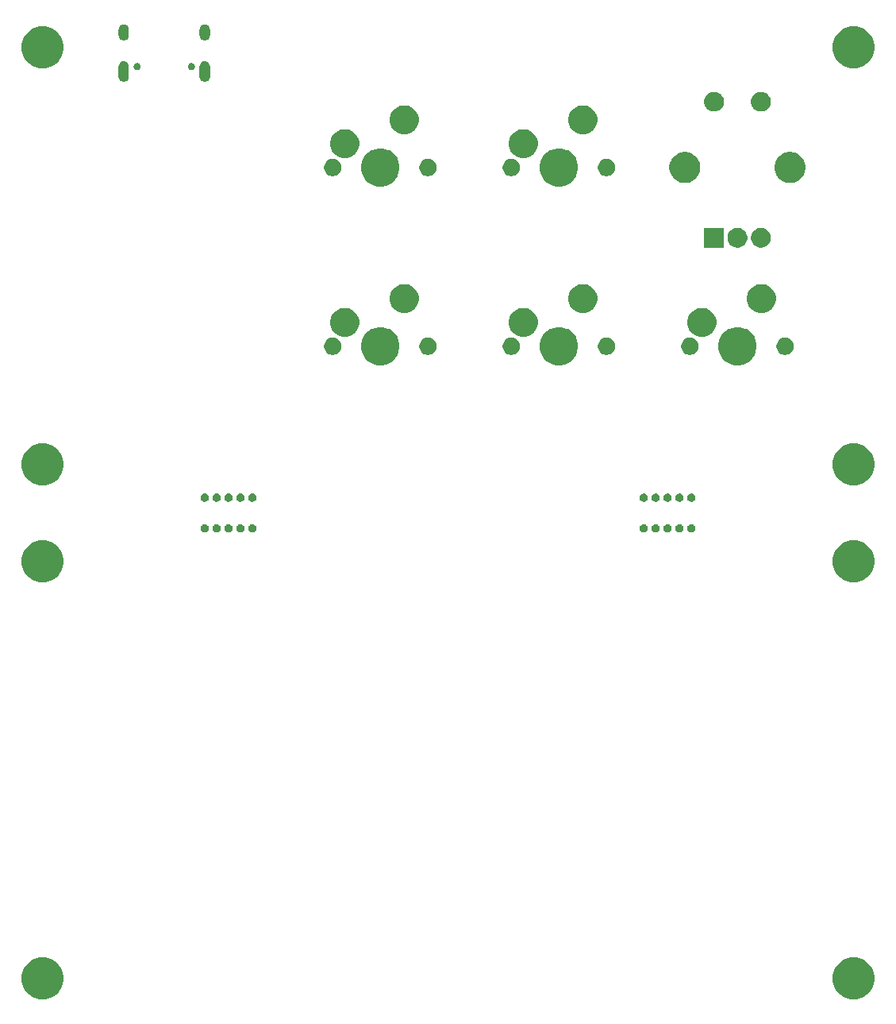
<source format=gts>
G04 #@! TF.GenerationSoftware,KiCad,Pcbnew,(5.1.4)-1*
G04 #@! TF.CreationDate,2020-07-31T11:22:47-07:00*
G04 #@! TF.ProjectId,basic_macropad,62617369-635f-46d6-9163-726f7061642e,rev?*
G04 #@! TF.SameCoordinates,Original*
G04 #@! TF.FileFunction,Soldermask,Top*
G04 #@! TF.FilePolarity,Negative*
%FSLAX46Y46*%
G04 Gerber Fmt 4.6, Leading zero omitted, Abs format (unit mm)*
G04 Created by KiCad (PCBNEW (5.1.4)-1) date 2020-07-31 11:22:47*
%MOMM*%
%LPD*%
G04 APERTURE LIST*
%ADD10C,0.020000*%
G04 APERTURE END LIST*
D10*
G36*
X232844630Y-164447276D02*
G01*
X233225343Y-164523004D01*
X233634999Y-164692689D01*
X234003679Y-164939034D01*
X234317216Y-165252571D01*
X234563561Y-165621251D01*
X234733246Y-166030907D01*
X234819750Y-166465796D01*
X234819750Y-166909204D01*
X234733246Y-167344093D01*
X234563561Y-167753749D01*
X234317216Y-168122429D01*
X234003679Y-168435966D01*
X233634999Y-168682311D01*
X233225343Y-168851996D01*
X232844630Y-168927724D01*
X232790455Y-168938500D01*
X232347045Y-168938500D01*
X232292870Y-168927724D01*
X231912157Y-168851996D01*
X231502501Y-168682311D01*
X231133821Y-168435966D01*
X230820284Y-168122429D01*
X230573939Y-167753749D01*
X230404254Y-167344093D01*
X230317750Y-166909204D01*
X230317750Y-166465796D01*
X230404254Y-166030907D01*
X230573939Y-165621251D01*
X230820284Y-165252571D01*
X231133821Y-164939034D01*
X231502501Y-164692689D01*
X231912157Y-164523004D01*
X232292870Y-164447276D01*
X232347045Y-164436500D01*
X232790455Y-164436500D01*
X232844630Y-164447276D01*
X232844630Y-164447276D01*
G37*
G36*
X146325880Y-164447276D02*
G01*
X146706593Y-164523004D01*
X147116249Y-164692689D01*
X147484929Y-164939034D01*
X147798466Y-165252571D01*
X148044811Y-165621251D01*
X148214496Y-166030907D01*
X148301000Y-166465796D01*
X148301000Y-166909204D01*
X148214496Y-167344093D01*
X148044811Y-167753749D01*
X147798466Y-168122429D01*
X147484929Y-168435966D01*
X147116249Y-168682311D01*
X146706593Y-168851996D01*
X146325880Y-168927724D01*
X146271705Y-168938500D01*
X145828295Y-168938500D01*
X145774120Y-168927724D01*
X145393407Y-168851996D01*
X144983751Y-168682311D01*
X144615071Y-168435966D01*
X144301534Y-168122429D01*
X144055189Y-167753749D01*
X143885504Y-167344093D01*
X143799000Y-166909204D01*
X143799000Y-166465796D01*
X143885504Y-166030907D01*
X144055189Y-165621251D01*
X144301534Y-165252571D01*
X144615071Y-164939034D01*
X144983751Y-164692689D01*
X145393407Y-164523004D01*
X145774120Y-164447276D01*
X145828295Y-164436500D01*
X146271705Y-164436500D01*
X146325880Y-164447276D01*
X146325880Y-164447276D01*
G37*
G36*
X146325880Y-119997276D02*
G01*
X146706593Y-120073004D01*
X147116249Y-120242689D01*
X147484929Y-120489034D01*
X147798466Y-120802571D01*
X148044811Y-121171251D01*
X148214496Y-121580907D01*
X148301000Y-122015796D01*
X148301000Y-122459204D01*
X148214496Y-122894093D01*
X148044811Y-123303749D01*
X147798466Y-123672429D01*
X147484929Y-123985966D01*
X147116249Y-124232311D01*
X146706593Y-124401996D01*
X146325880Y-124477724D01*
X146271705Y-124488500D01*
X145828295Y-124488500D01*
X145774120Y-124477724D01*
X145393407Y-124401996D01*
X144983751Y-124232311D01*
X144615071Y-123985966D01*
X144301534Y-123672429D01*
X144055189Y-123303749D01*
X143885504Y-122894093D01*
X143799000Y-122459204D01*
X143799000Y-122015796D01*
X143885504Y-121580907D01*
X144055189Y-121171251D01*
X144301534Y-120802571D01*
X144615071Y-120489034D01*
X144983751Y-120242689D01*
X145393407Y-120073004D01*
X145774120Y-119997276D01*
X145828295Y-119986500D01*
X146271705Y-119986500D01*
X146325880Y-119997276D01*
X146325880Y-119997276D01*
G37*
G36*
X232844630Y-119997276D02*
G01*
X233225343Y-120073004D01*
X233634999Y-120242689D01*
X234003679Y-120489034D01*
X234317216Y-120802571D01*
X234563561Y-121171251D01*
X234733246Y-121580907D01*
X234819750Y-122015796D01*
X234819750Y-122459204D01*
X234733246Y-122894093D01*
X234563561Y-123303749D01*
X234317216Y-123672429D01*
X234003679Y-123985966D01*
X233634999Y-124232311D01*
X233225343Y-124401996D01*
X232844630Y-124477724D01*
X232790455Y-124488500D01*
X232347045Y-124488500D01*
X232292870Y-124477724D01*
X231912157Y-124401996D01*
X231502501Y-124232311D01*
X231133821Y-123985966D01*
X230820284Y-123672429D01*
X230573939Y-123303749D01*
X230404254Y-122894093D01*
X230317750Y-122459204D01*
X230317750Y-122015796D01*
X230404254Y-121580907D01*
X230573939Y-121171251D01*
X230820284Y-120802571D01*
X231133821Y-120489034D01*
X231502501Y-120242689D01*
X231912157Y-120073004D01*
X232292870Y-119997276D01*
X232347045Y-119986500D01*
X232790455Y-119986500D01*
X232844630Y-119997276D01*
X232844630Y-119997276D01*
G37*
G36*
X163477114Y-118285639D02*
G01*
X163558045Y-118319162D01*
X163630880Y-118367829D01*
X163692821Y-118429770D01*
X163741488Y-118502605D01*
X163775011Y-118583536D01*
X163792100Y-118669451D01*
X163792100Y-118757049D01*
X163775011Y-118842964D01*
X163741488Y-118923895D01*
X163692821Y-118996730D01*
X163630880Y-119058671D01*
X163558045Y-119107338D01*
X163558044Y-119107339D01*
X163558043Y-119107339D01*
X163477114Y-119140861D01*
X163391201Y-119157950D01*
X163303599Y-119157950D01*
X163217686Y-119140861D01*
X163136757Y-119107339D01*
X163136756Y-119107339D01*
X163136755Y-119107338D01*
X163063920Y-119058671D01*
X163001979Y-118996730D01*
X162953312Y-118923895D01*
X162919789Y-118842964D01*
X162902700Y-118757049D01*
X162902700Y-118669451D01*
X162919789Y-118583536D01*
X162953312Y-118502605D01*
X163001979Y-118429770D01*
X163063920Y-118367829D01*
X163136755Y-118319162D01*
X163217686Y-118285639D01*
X163303599Y-118268550D01*
X163391201Y-118268550D01*
X163477114Y-118285639D01*
X163477114Y-118285639D01*
G37*
G36*
X212848364Y-118285639D02*
G01*
X212929295Y-118319162D01*
X213002130Y-118367829D01*
X213064071Y-118429770D01*
X213112738Y-118502605D01*
X213146261Y-118583536D01*
X213163350Y-118669451D01*
X213163350Y-118757049D01*
X213146261Y-118842964D01*
X213112738Y-118923895D01*
X213064071Y-118996730D01*
X213002130Y-119058671D01*
X212929295Y-119107338D01*
X212929294Y-119107339D01*
X212929293Y-119107339D01*
X212848364Y-119140861D01*
X212762451Y-119157950D01*
X212674849Y-119157950D01*
X212588936Y-119140861D01*
X212508007Y-119107339D01*
X212508006Y-119107339D01*
X212508005Y-119107338D01*
X212435170Y-119058671D01*
X212373229Y-118996730D01*
X212324562Y-118923895D01*
X212291039Y-118842964D01*
X212273950Y-118757049D01*
X212273950Y-118669451D01*
X212291039Y-118583536D01*
X212324562Y-118502605D01*
X212373229Y-118429770D01*
X212435170Y-118367829D01*
X212508005Y-118319162D01*
X212588936Y-118285639D01*
X212674849Y-118268550D01*
X212762451Y-118268550D01*
X212848364Y-118285639D01*
X212848364Y-118285639D01*
G37*
G36*
X214118364Y-118285639D02*
G01*
X214199295Y-118319162D01*
X214272130Y-118367829D01*
X214334071Y-118429770D01*
X214382738Y-118502605D01*
X214416261Y-118583536D01*
X214433350Y-118669451D01*
X214433350Y-118757049D01*
X214416261Y-118842964D01*
X214382738Y-118923895D01*
X214334071Y-118996730D01*
X214272130Y-119058671D01*
X214199295Y-119107338D01*
X214199294Y-119107339D01*
X214199293Y-119107339D01*
X214118364Y-119140861D01*
X214032451Y-119157950D01*
X213944849Y-119157950D01*
X213858936Y-119140861D01*
X213778007Y-119107339D01*
X213778006Y-119107339D01*
X213778005Y-119107338D01*
X213705170Y-119058671D01*
X213643229Y-118996730D01*
X213594562Y-118923895D01*
X213561039Y-118842964D01*
X213543950Y-118757049D01*
X213543950Y-118669451D01*
X213561039Y-118583536D01*
X213594562Y-118502605D01*
X213643229Y-118429770D01*
X213705170Y-118367829D01*
X213778005Y-118319162D01*
X213858936Y-118285639D01*
X213944849Y-118268550D01*
X214032451Y-118268550D01*
X214118364Y-118285639D01*
X214118364Y-118285639D01*
G37*
G36*
X211578364Y-118285639D02*
G01*
X211659295Y-118319162D01*
X211732130Y-118367829D01*
X211794071Y-118429770D01*
X211842738Y-118502605D01*
X211876261Y-118583536D01*
X211893350Y-118669451D01*
X211893350Y-118757049D01*
X211876261Y-118842964D01*
X211842738Y-118923895D01*
X211794071Y-118996730D01*
X211732130Y-119058671D01*
X211659295Y-119107338D01*
X211659294Y-119107339D01*
X211659293Y-119107339D01*
X211578364Y-119140861D01*
X211492451Y-119157950D01*
X211404849Y-119157950D01*
X211318936Y-119140861D01*
X211238007Y-119107339D01*
X211238006Y-119107339D01*
X211238005Y-119107338D01*
X211165170Y-119058671D01*
X211103229Y-118996730D01*
X211054562Y-118923895D01*
X211021039Y-118842964D01*
X211003950Y-118757049D01*
X211003950Y-118669451D01*
X211021039Y-118583536D01*
X211054562Y-118502605D01*
X211103229Y-118429770D01*
X211165170Y-118367829D01*
X211238005Y-118319162D01*
X211318936Y-118285639D01*
X211404849Y-118268550D01*
X211492451Y-118268550D01*
X211578364Y-118285639D01*
X211578364Y-118285639D01*
G37*
G36*
X210308364Y-118285639D02*
G01*
X210389295Y-118319162D01*
X210462130Y-118367829D01*
X210524071Y-118429770D01*
X210572738Y-118502605D01*
X210606261Y-118583536D01*
X210623350Y-118669451D01*
X210623350Y-118757049D01*
X210606261Y-118842964D01*
X210572738Y-118923895D01*
X210524071Y-118996730D01*
X210462130Y-119058671D01*
X210389295Y-119107338D01*
X210389294Y-119107339D01*
X210389293Y-119107339D01*
X210308364Y-119140861D01*
X210222451Y-119157950D01*
X210134849Y-119157950D01*
X210048936Y-119140861D01*
X209968007Y-119107339D01*
X209968006Y-119107339D01*
X209968005Y-119107338D01*
X209895170Y-119058671D01*
X209833229Y-118996730D01*
X209784562Y-118923895D01*
X209751039Y-118842964D01*
X209733950Y-118757049D01*
X209733950Y-118669451D01*
X209751039Y-118583536D01*
X209784562Y-118502605D01*
X209833229Y-118429770D01*
X209895170Y-118367829D01*
X209968005Y-118319162D01*
X210048936Y-118285639D01*
X210134849Y-118268550D01*
X210222451Y-118268550D01*
X210308364Y-118285639D01*
X210308364Y-118285639D01*
G37*
G36*
X164747114Y-118285639D02*
G01*
X164828045Y-118319162D01*
X164900880Y-118367829D01*
X164962821Y-118429770D01*
X165011488Y-118502605D01*
X165045011Y-118583536D01*
X165062100Y-118669451D01*
X165062100Y-118757049D01*
X165045011Y-118842964D01*
X165011488Y-118923895D01*
X164962821Y-118996730D01*
X164900880Y-119058671D01*
X164828045Y-119107338D01*
X164828044Y-119107339D01*
X164828043Y-119107339D01*
X164747114Y-119140861D01*
X164661201Y-119157950D01*
X164573599Y-119157950D01*
X164487686Y-119140861D01*
X164406757Y-119107339D01*
X164406756Y-119107339D01*
X164406755Y-119107338D01*
X164333920Y-119058671D01*
X164271979Y-118996730D01*
X164223312Y-118923895D01*
X164189789Y-118842964D01*
X164172700Y-118757049D01*
X164172700Y-118669451D01*
X164189789Y-118583536D01*
X164223312Y-118502605D01*
X164271979Y-118429770D01*
X164333920Y-118367829D01*
X164406755Y-118319162D01*
X164487686Y-118285639D01*
X164573599Y-118268550D01*
X164661201Y-118268550D01*
X164747114Y-118285639D01*
X164747114Y-118285639D01*
G37*
G36*
X168557114Y-118285639D02*
G01*
X168638045Y-118319162D01*
X168710880Y-118367829D01*
X168772821Y-118429770D01*
X168821488Y-118502605D01*
X168855011Y-118583536D01*
X168872100Y-118669451D01*
X168872100Y-118757049D01*
X168855011Y-118842964D01*
X168821488Y-118923895D01*
X168772821Y-118996730D01*
X168710880Y-119058671D01*
X168638045Y-119107338D01*
X168638044Y-119107339D01*
X168638043Y-119107339D01*
X168557114Y-119140861D01*
X168471201Y-119157950D01*
X168383599Y-119157950D01*
X168297686Y-119140861D01*
X168216757Y-119107339D01*
X168216756Y-119107339D01*
X168216755Y-119107338D01*
X168143920Y-119058671D01*
X168081979Y-118996730D01*
X168033312Y-118923895D01*
X167999789Y-118842964D01*
X167982700Y-118757049D01*
X167982700Y-118669451D01*
X167999789Y-118583536D01*
X168033312Y-118502605D01*
X168081979Y-118429770D01*
X168143920Y-118367829D01*
X168216755Y-118319162D01*
X168297686Y-118285639D01*
X168383599Y-118268550D01*
X168471201Y-118268550D01*
X168557114Y-118285639D01*
X168557114Y-118285639D01*
G37*
G36*
X167287114Y-118285639D02*
G01*
X167368045Y-118319162D01*
X167440880Y-118367829D01*
X167502821Y-118429770D01*
X167551488Y-118502605D01*
X167585011Y-118583536D01*
X167602100Y-118669451D01*
X167602100Y-118757049D01*
X167585011Y-118842964D01*
X167551488Y-118923895D01*
X167502821Y-118996730D01*
X167440880Y-119058671D01*
X167368045Y-119107338D01*
X167368044Y-119107339D01*
X167368043Y-119107339D01*
X167287114Y-119140861D01*
X167201201Y-119157950D01*
X167113599Y-119157950D01*
X167027686Y-119140861D01*
X166946757Y-119107339D01*
X166946756Y-119107339D01*
X166946755Y-119107338D01*
X166873920Y-119058671D01*
X166811979Y-118996730D01*
X166763312Y-118923895D01*
X166729789Y-118842964D01*
X166712700Y-118757049D01*
X166712700Y-118669451D01*
X166729789Y-118583536D01*
X166763312Y-118502605D01*
X166811979Y-118429770D01*
X166873920Y-118367829D01*
X166946755Y-118319162D01*
X167027686Y-118285639D01*
X167113599Y-118268550D01*
X167201201Y-118268550D01*
X167287114Y-118285639D01*
X167287114Y-118285639D01*
G37*
G36*
X166017114Y-118285639D02*
G01*
X166098045Y-118319162D01*
X166170880Y-118367829D01*
X166232821Y-118429770D01*
X166281488Y-118502605D01*
X166315011Y-118583536D01*
X166332100Y-118669451D01*
X166332100Y-118757049D01*
X166315011Y-118842964D01*
X166281488Y-118923895D01*
X166232821Y-118996730D01*
X166170880Y-119058671D01*
X166098045Y-119107338D01*
X166098044Y-119107339D01*
X166098043Y-119107339D01*
X166017114Y-119140861D01*
X165931201Y-119157950D01*
X165843599Y-119157950D01*
X165757686Y-119140861D01*
X165676757Y-119107339D01*
X165676756Y-119107339D01*
X165676755Y-119107338D01*
X165603920Y-119058671D01*
X165541979Y-118996730D01*
X165493312Y-118923895D01*
X165459789Y-118842964D01*
X165442700Y-118757049D01*
X165442700Y-118669451D01*
X165459789Y-118583536D01*
X165493312Y-118502605D01*
X165541979Y-118429770D01*
X165603920Y-118367829D01*
X165676755Y-118319162D01*
X165757686Y-118285639D01*
X165843599Y-118268550D01*
X165931201Y-118268550D01*
X166017114Y-118285639D01*
X166017114Y-118285639D01*
G37*
G36*
X215388364Y-118285639D02*
G01*
X215469295Y-118319162D01*
X215542130Y-118367829D01*
X215604071Y-118429770D01*
X215652738Y-118502605D01*
X215686261Y-118583536D01*
X215703350Y-118669451D01*
X215703350Y-118757049D01*
X215686261Y-118842964D01*
X215652738Y-118923895D01*
X215604071Y-118996730D01*
X215542130Y-119058671D01*
X215469295Y-119107338D01*
X215469294Y-119107339D01*
X215469293Y-119107339D01*
X215388364Y-119140861D01*
X215302451Y-119157950D01*
X215214849Y-119157950D01*
X215128936Y-119140861D01*
X215048007Y-119107339D01*
X215048006Y-119107339D01*
X215048005Y-119107338D01*
X214975170Y-119058671D01*
X214913229Y-118996730D01*
X214864562Y-118923895D01*
X214831039Y-118842964D01*
X214813950Y-118757049D01*
X214813950Y-118669451D01*
X214831039Y-118583536D01*
X214864562Y-118502605D01*
X214913229Y-118429770D01*
X214975170Y-118367829D01*
X215048005Y-118319162D01*
X215128936Y-118285639D01*
X215214849Y-118268550D01*
X215302451Y-118268550D01*
X215388364Y-118285639D01*
X215388364Y-118285639D01*
G37*
G36*
X211584714Y-115015389D02*
G01*
X211665645Y-115048912D01*
X211738480Y-115097579D01*
X211800421Y-115159520D01*
X211849088Y-115232355D01*
X211882611Y-115313286D01*
X211899700Y-115399201D01*
X211899700Y-115486799D01*
X211882611Y-115572714D01*
X211849088Y-115653645D01*
X211800421Y-115726480D01*
X211738480Y-115788421D01*
X211665645Y-115837088D01*
X211665644Y-115837089D01*
X211665643Y-115837089D01*
X211584714Y-115870611D01*
X211498801Y-115887700D01*
X211411199Y-115887700D01*
X211325286Y-115870611D01*
X211244357Y-115837089D01*
X211244356Y-115837089D01*
X211244355Y-115837088D01*
X211171520Y-115788421D01*
X211109579Y-115726480D01*
X211060912Y-115653645D01*
X211027389Y-115572714D01*
X211010300Y-115486799D01*
X211010300Y-115399201D01*
X211027389Y-115313286D01*
X211060912Y-115232355D01*
X211109579Y-115159520D01*
X211171520Y-115097579D01*
X211244355Y-115048912D01*
X211325286Y-115015389D01*
X211411199Y-114998300D01*
X211498801Y-114998300D01*
X211584714Y-115015389D01*
X211584714Y-115015389D01*
G37*
G36*
X166023464Y-115015389D02*
G01*
X166104395Y-115048912D01*
X166177230Y-115097579D01*
X166239171Y-115159520D01*
X166287838Y-115232355D01*
X166321361Y-115313286D01*
X166338450Y-115399201D01*
X166338450Y-115486799D01*
X166321361Y-115572714D01*
X166287838Y-115653645D01*
X166239171Y-115726480D01*
X166177230Y-115788421D01*
X166104395Y-115837088D01*
X166104394Y-115837089D01*
X166104393Y-115837089D01*
X166023464Y-115870611D01*
X165937551Y-115887700D01*
X165849949Y-115887700D01*
X165764036Y-115870611D01*
X165683107Y-115837089D01*
X165683106Y-115837089D01*
X165683105Y-115837088D01*
X165610270Y-115788421D01*
X165548329Y-115726480D01*
X165499662Y-115653645D01*
X165466139Y-115572714D01*
X165449050Y-115486799D01*
X165449050Y-115399201D01*
X165466139Y-115313286D01*
X165499662Y-115232355D01*
X165548329Y-115159520D01*
X165610270Y-115097579D01*
X165683105Y-115048912D01*
X165764036Y-115015389D01*
X165849949Y-114998300D01*
X165937551Y-114998300D01*
X166023464Y-115015389D01*
X166023464Y-115015389D01*
G37*
G36*
X164753464Y-115015389D02*
G01*
X164834395Y-115048912D01*
X164907230Y-115097579D01*
X164969171Y-115159520D01*
X165017838Y-115232355D01*
X165051361Y-115313286D01*
X165068450Y-115399201D01*
X165068450Y-115486799D01*
X165051361Y-115572714D01*
X165017838Y-115653645D01*
X164969171Y-115726480D01*
X164907230Y-115788421D01*
X164834395Y-115837088D01*
X164834394Y-115837089D01*
X164834393Y-115837089D01*
X164753464Y-115870611D01*
X164667551Y-115887700D01*
X164579949Y-115887700D01*
X164494036Y-115870611D01*
X164413107Y-115837089D01*
X164413106Y-115837089D01*
X164413105Y-115837088D01*
X164340270Y-115788421D01*
X164278329Y-115726480D01*
X164229662Y-115653645D01*
X164196139Y-115572714D01*
X164179050Y-115486799D01*
X164179050Y-115399201D01*
X164196139Y-115313286D01*
X164229662Y-115232355D01*
X164278329Y-115159520D01*
X164340270Y-115097579D01*
X164413105Y-115048912D01*
X164494036Y-115015389D01*
X164579949Y-114998300D01*
X164667551Y-114998300D01*
X164753464Y-115015389D01*
X164753464Y-115015389D01*
G37*
G36*
X163483464Y-115015389D02*
G01*
X163564395Y-115048912D01*
X163637230Y-115097579D01*
X163699171Y-115159520D01*
X163747838Y-115232355D01*
X163781361Y-115313286D01*
X163798450Y-115399201D01*
X163798450Y-115486799D01*
X163781361Y-115572714D01*
X163747838Y-115653645D01*
X163699171Y-115726480D01*
X163637230Y-115788421D01*
X163564395Y-115837088D01*
X163564394Y-115837089D01*
X163564393Y-115837089D01*
X163483464Y-115870611D01*
X163397551Y-115887700D01*
X163309949Y-115887700D01*
X163224036Y-115870611D01*
X163143107Y-115837089D01*
X163143106Y-115837089D01*
X163143105Y-115837088D01*
X163070270Y-115788421D01*
X163008329Y-115726480D01*
X162959662Y-115653645D01*
X162926139Y-115572714D01*
X162909050Y-115486799D01*
X162909050Y-115399201D01*
X162926139Y-115313286D01*
X162959662Y-115232355D01*
X163008329Y-115159520D01*
X163070270Y-115097579D01*
X163143105Y-115048912D01*
X163224036Y-115015389D01*
X163309949Y-114998300D01*
X163397551Y-114998300D01*
X163483464Y-115015389D01*
X163483464Y-115015389D01*
G37*
G36*
X168563464Y-115015389D02*
G01*
X168644395Y-115048912D01*
X168717230Y-115097579D01*
X168779171Y-115159520D01*
X168827838Y-115232355D01*
X168861361Y-115313286D01*
X168878450Y-115399201D01*
X168878450Y-115486799D01*
X168861361Y-115572714D01*
X168827838Y-115653645D01*
X168779171Y-115726480D01*
X168717230Y-115788421D01*
X168644395Y-115837088D01*
X168644394Y-115837089D01*
X168644393Y-115837089D01*
X168563464Y-115870611D01*
X168477551Y-115887700D01*
X168389949Y-115887700D01*
X168304036Y-115870611D01*
X168223107Y-115837089D01*
X168223106Y-115837089D01*
X168223105Y-115837088D01*
X168150270Y-115788421D01*
X168088329Y-115726480D01*
X168039662Y-115653645D01*
X168006139Y-115572714D01*
X167989050Y-115486799D01*
X167989050Y-115399201D01*
X168006139Y-115313286D01*
X168039662Y-115232355D01*
X168088329Y-115159520D01*
X168150270Y-115097579D01*
X168223105Y-115048912D01*
X168304036Y-115015389D01*
X168389949Y-114998300D01*
X168477551Y-114998300D01*
X168563464Y-115015389D01*
X168563464Y-115015389D01*
G37*
G36*
X167293464Y-115015389D02*
G01*
X167374395Y-115048912D01*
X167447230Y-115097579D01*
X167509171Y-115159520D01*
X167557838Y-115232355D01*
X167591361Y-115313286D01*
X167608450Y-115399201D01*
X167608450Y-115486799D01*
X167591361Y-115572714D01*
X167557838Y-115653645D01*
X167509171Y-115726480D01*
X167447230Y-115788421D01*
X167374395Y-115837088D01*
X167374394Y-115837089D01*
X167374393Y-115837089D01*
X167293464Y-115870611D01*
X167207551Y-115887700D01*
X167119949Y-115887700D01*
X167034036Y-115870611D01*
X166953107Y-115837089D01*
X166953106Y-115837089D01*
X166953105Y-115837088D01*
X166880270Y-115788421D01*
X166818329Y-115726480D01*
X166769662Y-115653645D01*
X166736139Y-115572714D01*
X166719050Y-115486799D01*
X166719050Y-115399201D01*
X166736139Y-115313286D01*
X166769662Y-115232355D01*
X166818329Y-115159520D01*
X166880270Y-115097579D01*
X166953105Y-115048912D01*
X167034036Y-115015389D01*
X167119949Y-114998300D01*
X167207551Y-114998300D01*
X167293464Y-115015389D01*
X167293464Y-115015389D01*
G37*
G36*
X215394714Y-115015389D02*
G01*
X215475645Y-115048912D01*
X215548480Y-115097579D01*
X215610421Y-115159520D01*
X215659088Y-115232355D01*
X215692611Y-115313286D01*
X215709700Y-115399201D01*
X215709700Y-115486799D01*
X215692611Y-115572714D01*
X215659088Y-115653645D01*
X215610421Y-115726480D01*
X215548480Y-115788421D01*
X215475645Y-115837088D01*
X215475644Y-115837089D01*
X215475643Y-115837089D01*
X215394714Y-115870611D01*
X215308801Y-115887700D01*
X215221199Y-115887700D01*
X215135286Y-115870611D01*
X215054357Y-115837089D01*
X215054356Y-115837089D01*
X215054355Y-115837088D01*
X214981520Y-115788421D01*
X214919579Y-115726480D01*
X214870912Y-115653645D01*
X214837389Y-115572714D01*
X214820300Y-115486799D01*
X214820300Y-115399201D01*
X214837389Y-115313286D01*
X214870912Y-115232355D01*
X214919579Y-115159520D01*
X214981520Y-115097579D01*
X215054355Y-115048912D01*
X215135286Y-115015389D01*
X215221199Y-114998300D01*
X215308801Y-114998300D01*
X215394714Y-115015389D01*
X215394714Y-115015389D01*
G37*
G36*
X212854714Y-115015389D02*
G01*
X212935645Y-115048912D01*
X213008480Y-115097579D01*
X213070421Y-115159520D01*
X213119088Y-115232355D01*
X213152611Y-115313286D01*
X213169700Y-115399201D01*
X213169700Y-115486799D01*
X213152611Y-115572714D01*
X213119088Y-115653645D01*
X213070421Y-115726480D01*
X213008480Y-115788421D01*
X212935645Y-115837088D01*
X212935644Y-115837089D01*
X212935643Y-115837089D01*
X212854714Y-115870611D01*
X212768801Y-115887700D01*
X212681199Y-115887700D01*
X212595286Y-115870611D01*
X212514357Y-115837089D01*
X212514356Y-115837089D01*
X212514355Y-115837088D01*
X212441520Y-115788421D01*
X212379579Y-115726480D01*
X212330912Y-115653645D01*
X212297389Y-115572714D01*
X212280300Y-115486799D01*
X212280300Y-115399201D01*
X212297389Y-115313286D01*
X212330912Y-115232355D01*
X212379579Y-115159520D01*
X212441520Y-115097579D01*
X212514355Y-115048912D01*
X212595286Y-115015389D01*
X212681199Y-114998300D01*
X212768801Y-114998300D01*
X212854714Y-115015389D01*
X212854714Y-115015389D01*
G37*
G36*
X210314714Y-115015389D02*
G01*
X210395645Y-115048912D01*
X210468480Y-115097579D01*
X210530421Y-115159520D01*
X210579088Y-115232355D01*
X210612611Y-115313286D01*
X210629700Y-115399201D01*
X210629700Y-115486799D01*
X210612611Y-115572714D01*
X210579088Y-115653645D01*
X210530421Y-115726480D01*
X210468480Y-115788421D01*
X210395645Y-115837088D01*
X210395644Y-115837089D01*
X210395643Y-115837089D01*
X210314714Y-115870611D01*
X210228801Y-115887700D01*
X210141199Y-115887700D01*
X210055286Y-115870611D01*
X209974357Y-115837089D01*
X209974356Y-115837089D01*
X209974355Y-115837088D01*
X209901520Y-115788421D01*
X209839579Y-115726480D01*
X209790912Y-115653645D01*
X209757389Y-115572714D01*
X209740300Y-115486799D01*
X209740300Y-115399201D01*
X209757389Y-115313286D01*
X209790912Y-115232355D01*
X209839579Y-115159520D01*
X209901520Y-115097579D01*
X209974355Y-115048912D01*
X210055286Y-115015389D01*
X210141199Y-114998300D01*
X210228801Y-114998300D01*
X210314714Y-115015389D01*
X210314714Y-115015389D01*
G37*
G36*
X214124714Y-115015389D02*
G01*
X214205645Y-115048912D01*
X214278480Y-115097579D01*
X214340421Y-115159520D01*
X214389088Y-115232355D01*
X214422611Y-115313286D01*
X214439700Y-115399201D01*
X214439700Y-115486799D01*
X214422611Y-115572714D01*
X214389088Y-115653645D01*
X214340421Y-115726480D01*
X214278480Y-115788421D01*
X214205645Y-115837088D01*
X214205644Y-115837089D01*
X214205643Y-115837089D01*
X214124714Y-115870611D01*
X214038801Y-115887700D01*
X213951199Y-115887700D01*
X213865286Y-115870611D01*
X213784357Y-115837089D01*
X213784356Y-115837089D01*
X213784355Y-115837088D01*
X213711520Y-115788421D01*
X213649579Y-115726480D01*
X213600912Y-115653645D01*
X213567389Y-115572714D01*
X213550300Y-115486799D01*
X213550300Y-115399201D01*
X213567389Y-115313286D01*
X213600912Y-115232355D01*
X213649579Y-115159520D01*
X213711520Y-115097579D01*
X213784355Y-115048912D01*
X213865286Y-115015389D01*
X213951199Y-114998300D01*
X214038801Y-114998300D01*
X214124714Y-115015389D01*
X214124714Y-115015389D01*
G37*
G36*
X232844630Y-109678526D02*
G01*
X233225343Y-109754254D01*
X233634999Y-109923939D01*
X234003679Y-110170284D01*
X234317216Y-110483821D01*
X234563561Y-110852501D01*
X234733246Y-111262157D01*
X234819750Y-111697046D01*
X234819750Y-112140454D01*
X234733246Y-112575343D01*
X234563561Y-112984999D01*
X234317216Y-113353679D01*
X234003679Y-113667216D01*
X233634999Y-113913561D01*
X233225343Y-114083246D01*
X232844630Y-114158974D01*
X232790455Y-114169750D01*
X232347045Y-114169750D01*
X232292870Y-114158974D01*
X231912157Y-114083246D01*
X231502501Y-113913561D01*
X231133821Y-113667216D01*
X230820284Y-113353679D01*
X230573939Y-112984999D01*
X230404254Y-112575343D01*
X230317750Y-112140454D01*
X230317750Y-111697046D01*
X230404254Y-111262157D01*
X230573939Y-110852501D01*
X230820284Y-110483821D01*
X231133821Y-110170284D01*
X231502501Y-109923939D01*
X231912157Y-109754254D01*
X232292870Y-109678526D01*
X232347045Y-109667750D01*
X232790455Y-109667750D01*
X232844630Y-109678526D01*
X232844630Y-109678526D01*
G37*
G36*
X146325880Y-109678526D02*
G01*
X146706593Y-109754254D01*
X147116249Y-109923939D01*
X147484929Y-110170284D01*
X147798466Y-110483821D01*
X148044811Y-110852501D01*
X148214496Y-111262157D01*
X148301000Y-111697046D01*
X148301000Y-112140454D01*
X148214496Y-112575343D01*
X148044811Y-112984999D01*
X147798466Y-113353679D01*
X147484929Y-113667216D01*
X147116249Y-113913561D01*
X146706593Y-114083246D01*
X146325880Y-114158974D01*
X146271705Y-114169750D01*
X145828295Y-114169750D01*
X145774120Y-114158974D01*
X145393407Y-114083246D01*
X144983751Y-113913561D01*
X144615071Y-113667216D01*
X144301534Y-113353679D01*
X144055189Y-112984999D01*
X143885504Y-112575343D01*
X143799000Y-112140454D01*
X143799000Y-111697046D01*
X143885504Y-111262157D01*
X144055189Y-110852501D01*
X144301534Y-110483821D01*
X144615071Y-110170284D01*
X144983751Y-109923939D01*
X145393407Y-109754254D01*
X145774120Y-109678526D01*
X145828295Y-109667750D01*
X146271705Y-109667750D01*
X146325880Y-109678526D01*
X146325880Y-109678526D01*
G37*
G36*
X201732724Y-97347684D02*
G01*
X201950724Y-97437983D01*
X202104873Y-97501833D01*
X202439798Y-97725623D01*
X202724627Y-98010452D01*
X202948417Y-98345377D01*
X202980812Y-98423586D01*
X203102566Y-98717526D01*
X203181150Y-99112594D01*
X203181150Y-99515406D01*
X203102566Y-99910474D01*
X203051701Y-100033272D01*
X202948417Y-100282623D01*
X202724627Y-100617548D01*
X202439798Y-100902377D01*
X202104873Y-101126167D01*
X201950724Y-101190017D01*
X201732724Y-101280316D01*
X201337656Y-101358900D01*
X200934844Y-101358900D01*
X200539776Y-101280316D01*
X200321776Y-101190017D01*
X200167627Y-101126167D01*
X199832702Y-100902377D01*
X199547873Y-100617548D01*
X199324083Y-100282623D01*
X199220799Y-100033272D01*
X199169934Y-99910474D01*
X199091350Y-99515406D01*
X199091350Y-99112594D01*
X199169934Y-98717526D01*
X199291688Y-98423586D01*
X199324083Y-98345377D01*
X199547873Y-98010452D01*
X199832702Y-97725623D01*
X200167627Y-97501833D01*
X200321776Y-97437983D01*
X200539776Y-97347684D01*
X200934844Y-97269100D01*
X201337656Y-97269100D01*
X201732724Y-97347684D01*
X201732724Y-97347684D01*
G37*
G36*
X182682724Y-97347684D02*
G01*
X182900724Y-97437983D01*
X183054873Y-97501833D01*
X183389798Y-97725623D01*
X183674627Y-98010452D01*
X183898417Y-98345377D01*
X183930812Y-98423586D01*
X184052566Y-98717526D01*
X184131150Y-99112594D01*
X184131150Y-99515406D01*
X184052566Y-99910474D01*
X184001701Y-100033272D01*
X183898417Y-100282623D01*
X183674627Y-100617548D01*
X183389798Y-100902377D01*
X183054873Y-101126167D01*
X182900724Y-101190017D01*
X182682724Y-101280316D01*
X182287656Y-101358900D01*
X181884844Y-101358900D01*
X181489776Y-101280316D01*
X181271776Y-101190017D01*
X181117627Y-101126167D01*
X180782702Y-100902377D01*
X180497873Y-100617548D01*
X180274083Y-100282623D01*
X180170799Y-100033272D01*
X180119934Y-99910474D01*
X180041350Y-99515406D01*
X180041350Y-99112594D01*
X180119934Y-98717526D01*
X180241688Y-98423586D01*
X180274083Y-98345377D01*
X180497873Y-98010452D01*
X180782702Y-97725623D01*
X181117627Y-97501833D01*
X181271776Y-97437983D01*
X181489776Y-97347684D01*
X181884844Y-97269100D01*
X182287656Y-97269100D01*
X182682724Y-97347684D01*
X182682724Y-97347684D01*
G37*
G36*
X220782724Y-97347684D02*
G01*
X221000724Y-97437983D01*
X221154873Y-97501833D01*
X221489798Y-97725623D01*
X221774627Y-98010452D01*
X221998417Y-98345377D01*
X222030812Y-98423586D01*
X222152566Y-98717526D01*
X222231150Y-99112594D01*
X222231150Y-99515406D01*
X222152566Y-99910474D01*
X222101701Y-100033272D01*
X221998417Y-100282623D01*
X221774627Y-100617548D01*
X221489798Y-100902377D01*
X221154873Y-101126167D01*
X221000724Y-101190017D01*
X220782724Y-101280316D01*
X220387656Y-101358900D01*
X219984844Y-101358900D01*
X219589776Y-101280316D01*
X219371776Y-101190017D01*
X219217627Y-101126167D01*
X218882702Y-100902377D01*
X218597873Y-100617548D01*
X218374083Y-100282623D01*
X218270799Y-100033272D01*
X218219934Y-99910474D01*
X218141350Y-99515406D01*
X218141350Y-99112594D01*
X218219934Y-98717526D01*
X218341688Y-98423586D01*
X218374083Y-98345377D01*
X218597873Y-98010452D01*
X218882702Y-97725623D01*
X219217627Y-97501833D01*
X219371776Y-97437983D01*
X219589776Y-97347684D01*
X219984844Y-97269100D01*
X220387656Y-97269100D01*
X220782724Y-97347684D01*
X220782724Y-97347684D01*
G37*
G36*
X187436354Y-98423585D02*
G01*
X187604876Y-98493389D01*
X187756541Y-98594728D01*
X187885522Y-98723709D01*
X187986861Y-98875374D01*
X188056665Y-99043896D01*
X188092250Y-99222797D01*
X188092250Y-99405203D01*
X188056665Y-99584104D01*
X187986861Y-99752626D01*
X187885522Y-99904291D01*
X187756541Y-100033272D01*
X187604876Y-100134611D01*
X187436354Y-100204415D01*
X187257453Y-100240000D01*
X187075047Y-100240000D01*
X186896146Y-100204415D01*
X186727624Y-100134611D01*
X186575959Y-100033272D01*
X186446978Y-99904291D01*
X186345639Y-99752626D01*
X186275835Y-99584104D01*
X186240250Y-99405203D01*
X186240250Y-99222797D01*
X186275835Y-99043896D01*
X186345639Y-98875374D01*
X186446978Y-98723709D01*
X186575959Y-98594728D01*
X186727624Y-98493389D01*
X186896146Y-98423585D01*
X187075047Y-98388000D01*
X187257453Y-98388000D01*
X187436354Y-98423585D01*
X187436354Y-98423585D01*
G37*
G36*
X225536354Y-98423585D02*
G01*
X225704876Y-98493389D01*
X225856541Y-98594728D01*
X225985522Y-98723709D01*
X226086861Y-98875374D01*
X226156665Y-99043896D01*
X226192250Y-99222797D01*
X226192250Y-99405203D01*
X226156665Y-99584104D01*
X226086861Y-99752626D01*
X225985522Y-99904291D01*
X225856541Y-100033272D01*
X225704876Y-100134611D01*
X225536354Y-100204415D01*
X225357453Y-100240000D01*
X225175047Y-100240000D01*
X224996146Y-100204415D01*
X224827624Y-100134611D01*
X224675959Y-100033272D01*
X224546978Y-99904291D01*
X224445639Y-99752626D01*
X224375835Y-99584104D01*
X224340250Y-99405203D01*
X224340250Y-99222797D01*
X224375835Y-99043896D01*
X224445639Y-98875374D01*
X224546978Y-98723709D01*
X224675959Y-98594728D01*
X224827624Y-98493389D01*
X224996146Y-98423585D01*
X225175047Y-98388000D01*
X225357453Y-98388000D01*
X225536354Y-98423585D01*
X225536354Y-98423585D01*
G37*
G36*
X177276354Y-98423585D02*
G01*
X177444876Y-98493389D01*
X177596541Y-98594728D01*
X177725522Y-98723709D01*
X177826861Y-98875374D01*
X177896665Y-99043896D01*
X177932250Y-99222797D01*
X177932250Y-99405203D01*
X177896665Y-99584104D01*
X177826861Y-99752626D01*
X177725522Y-99904291D01*
X177596541Y-100033272D01*
X177444876Y-100134611D01*
X177276354Y-100204415D01*
X177097453Y-100240000D01*
X176915047Y-100240000D01*
X176736146Y-100204415D01*
X176567624Y-100134611D01*
X176415959Y-100033272D01*
X176286978Y-99904291D01*
X176185639Y-99752626D01*
X176115835Y-99584104D01*
X176080250Y-99405203D01*
X176080250Y-99222797D01*
X176115835Y-99043896D01*
X176185639Y-98875374D01*
X176286978Y-98723709D01*
X176415959Y-98594728D01*
X176567624Y-98493389D01*
X176736146Y-98423585D01*
X176915047Y-98388000D01*
X177097453Y-98388000D01*
X177276354Y-98423585D01*
X177276354Y-98423585D01*
G37*
G36*
X206486354Y-98423585D02*
G01*
X206654876Y-98493389D01*
X206806541Y-98594728D01*
X206935522Y-98723709D01*
X207036861Y-98875374D01*
X207106665Y-99043896D01*
X207142250Y-99222797D01*
X207142250Y-99405203D01*
X207106665Y-99584104D01*
X207036861Y-99752626D01*
X206935522Y-99904291D01*
X206806541Y-100033272D01*
X206654876Y-100134611D01*
X206486354Y-100204415D01*
X206307453Y-100240000D01*
X206125047Y-100240000D01*
X205946146Y-100204415D01*
X205777624Y-100134611D01*
X205625959Y-100033272D01*
X205496978Y-99904291D01*
X205395639Y-99752626D01*
X205325835Y-99584104D01*
X205290250Y-99405203D01*
X205290250Y-99222797D01*
X205325835Y-99043896D01*
X205395639Y-98875374D01*
X205496978Y-98723709D01*
X205625959Y-98594728D01*
X205777624Y-98493389D01*
X205946146Y-98423585D01*
X206125047Y-98388000D01*
X206307453Y-98388000D01*
X206486354Y-98423585D01*
X206486354Y-98423585D01*
G37*
G36*
X215376354Y-98423585D02*
G01*
X215544876Y-98493389D01*
X215696541Y-98594728D01*
X215825522Y-98723709D01*
X215926861Y-98875374D01*
X215996665Y-99043896D01*
X216032250Y-99222797D01*
X216032250Y-99405203D01*
X215996665Y-99584104D01*
X215926861Y-99752626D01*
X215825522Y-99904291D01*
X215696541Y-100033272D01*
X215544876Y-100134611D01*
X215376354Y-100204415D01*
X215197453Y-100240000D01*
X215015047Y-100240000D01*
X214836146Y-100204415D01*
X214667624Y-100134611D01*
X214515959Y-100033272D01*
X214386978Y-99904291D01*
X214285639Y-99752626D01*
X214215835Y-99584104D01*
X214180250Y-99405203D01*
X214180250Y-99222797D01*
X214215835Y-99043896D01*
X214285639Y-98875374D01*
X214386978Y-98723709D01*
X214515959Y-98594728D01*
X214667624Y-98493389D01*
X214836146Y-98423585D01*
X215015047Y-98388000D01*
X215197453Y-98388000D01*
X215376354Y-98423585D01*
X215376354Y-98423585D01*
G37*
G36*
X196326354Y-98423585D02*
G01*
X196494876Y-98493389D01*
X196646541Y-98594728D01*
X196775522Y-98723709D01*
X196876861Y-98875374D01*
X196946665Y-99043896D01*
X196982250Y-99222797D01*
X196982250Y-99405203D01*
X196946665Y-99584104D01*
X196876861Y-99752626D01*
X196775522Y-99904291D01*
X196646541Y-100033272D01*
X196494876Y-100134611D01*
X196326354Y-100204415D01*
X196147453Y-100240000D01*
X195965047Y-100240000D01*
X195786146Y-100204415D01*
X195617624Y-100134611D01*
X195465959Y-100033272D01*
X195336978Y-99904291D01*
X195235639Y-99752626D01*
X195165835Y-99584104D01*
X195130250Y-99405203D01*
X195130250Y-99222797D01*
X195165835Y-99043896D01*
X195235639Y-98875374D01*
X195336978Y-98723709D01*
X195465959Y-98594728D01*
X195617624Y-98493389D01*
X195786146Y-98423585D01*
X195965047Y-98388000D01*
X196147453Y-98388000D01*
X196326354Y-98423585D01*
X196326354Y-98423585D01*
G37*
G36*
X216678835Y-95252802D02*
G01*
X216828660Y-95282604D01*
X217110924Y-95399521D01*
X217364955Y-95569259D01*
X217580991Y-95785295D01*
X217750729Y-96039326D01*
X217867646Y-96321590D01*
X217927250Y-96621240D01*
X217927250Y-96926760D01*
X217867646Y-97226410D01*
X217750729Y-97508674D01*
X217580991Y-97762705D01*
X217364955Y-97978741D01*
X217110924Y-98148479D01*
X216828660Y-98265396D01*
X216678835Y-98295198D01*
X216529011Y-98325000D01*
X216223489Y-98325000D01*
X216073665Y-98295198D01*
X215923840Y-98265396D01*
X215641576Y-98148479D01*
X215387545Y-97978741D01*
X215171509Y-97762705D01*
X215001771Y-97508674D01*
X214884854Y-97226410D01*
X214825250Y-96926760D01*
X214825250Y-96621240D01*
X214884854Y-96321590D01*
X215001771Y-96039326D01*
X215171509Y-95785295D01*
X215387545Y-95569259D01*
X215641576Y-95399521D01*
X215923840Y-95282604D01*
X216073665Y-95252802D01*
X216223489Y-95223000D01*
X216529011Y-95223000D01*
X216678835Y-95252802D01*
X216678835Y-95252802D01*
G37*
G36*
X178578835Y-95252802D02*
G01*
X178728660Y-95282604D01*
X179010924Y-95399521D01*
X179264955Y-95569259D01*
X179480991Y-95785295D01*
X179650729Y-96039326D01*
X179767646Y-96321590D01*
X179827250Y-96621240D01*
X179827250Y-96926760D01*
X179767646Y-97226410D01*
X179650729Y-97508674D01*
X179480991Y-97762705D01*
X179264955Y-97978741D01*
X179010924Y-98148479D01*
X178728660Y-98265396D01*
X178578835Y-98295198D01*
X178429011Y-98325000D01*
X178123489Y-98325000D01*
X177973665Y-98295198D01*
X177823840Y-98265396D01*
X177541576Y-98148479D01*
X177287545Y-97978741D01*
X177071509Y-97762705D01*
X176901771Y-97508674D01*
X176784854Y-97226410D01*
X176725250Y-96926760D01*
X176725250Y-96621240D01*
X176784854Y-96321590D01*
X176901771Y-96039326D01*
X177071509Y-95785295D01*
X177287545Y-95569259D01*
X177541576Y-95399521D01*
X177823840Y-95282604D01*
X177973665Y-95252802D01*
X178123489Y-95223000D01*
X178429011Y-95223000D01*
X178578835Y-95252802D01*
X178578835Y-95252802D01*
G37*
G36*
X197628835Y-95252802D02*
G01*
X197778660Y-95282604D01*
X198060924Y-95399521D01*
X198314955Y-95569259D01*
X198530991Y-95785295D01*
X198700729Y-96039326D01*
X198817646Y-96321590D01*
X198877250Y-96621240D01*
X198877250Y-96926760D01*
X198817646Y-97226410D01*
X198700729Y-97508674D01*
X198530991Y-97762705D01*
X198314955Y-97978741D01*
X198060924Y-98148479D01*
X197778660Y-98265396D01*
X197628835Y-98295198D01*
X197479011Y-98325000D01*
X197173489Y-98325000D01*
X197023665Y-98295198D01*
X196873840Y-98265396D01*
X196591576Y-98148479D01*
X196337545Y-97978741D01*
X196121509Y-97762705D01*
X195951771Y-97508674D01*
X195834854Y-97226410D01*
X195775250Y-96926760D01*
X195775250Y-96621240D01*
X195834854Y-96321590D01*
X195951771Y-96039326D01*
X196121509Y-95785295D01*
X196337545Y-95569259D01*
X196591576Y-95399521D01*
X196873840Y-95282604D01*
X197023665Y-95252802D01*
X197173489Y-95223000D01*
X197479011Y-95223000D01*
X197628835Y-95252802D01*
X197628835Y-95252802D01*
G37*
G36*
X184928835Y-92712802D02*
G01*
X185078660Y-92742604D01*
X185360924Y-92859521D01*
X185614955Y-93029259D01*
X185830991Y-93245295D01*
X186000729Y-93499326D01*
X186117646Y-93781590D01*
X186177250Y-94081240D01*
X186177250Y-94386760D01*
X186117646Y-94686410D01*
X186000729Y-94968674D01*
X185830991Y-95222705D01*
X185614955Y-95438741D01*
X185360924Y-95608479D01*
X185078660Y-95725396D01*
X184928835Y-95755198D01*
X184779011Y-95785000D01*
X184473489Y-95785000D01*
X184323665Y-95755198D01*
X184173840Y-95725396D01*
X183891576Y-95608479D01*
X183637545Y-95438741D01*
X183421509Y-95222705D01*
X183251771Y-94968674D01*
X183134854Y-94686410D01*
X183075250Y-94386760D01*
X183075250Y-94081240D01*
X183134854Y-93781590D01*
X183251771Y-93499326D01*
X183421509Y-93245295D01*
X183637545Y-93029259D01*
X183891576Y-92859521D01*
X184173840Y-92742604D01*
X184323665Y-92712802D01*
X184473489Y-92683000D01*
X184779011Y-92683000D01*
X184928835Y-92712802D01*
X184928835Y-92712802D01*
G37*
G36*
X223028835Y-92712802D02*
G01*
X223178660Y-92742604D01*
X223460924Y-92859521D01*
X223714955Y-93029259D01*
X223930991Y-93245295D01*
X224100729Y-93499326D01*
X224217646Y-93781590D01*
X224277250Y-94081240D01*
X224277250Y-94386760D01*
X224217646Y-94686410D01*
X224100729Y-94968674D01*
X223930991Y-95222705D01*
X223714955Y-95438741D01*
X223460924Y-95608479D01*
X223178660Y-95725396D01*
X223028835Y-95755198D01*
X222879011Y-95785000D01*
X222573489Y-95785000D01*
X222423665Y-95755198D01*
X222273840Y-95725396D01*
X221991576Y-95608479D01*
X221737545Y-95438741D01*
X221521509Y-95222705D01*
X221351771Y-94968674D01*
X221234854Y-94686410D01*
X221175250Y-94386760D01*
X221175250Y-94081240D01*
X221234854Y-93781590D01*
X221351771Y-93499326D01*
X221521509Y-93245295D01*
X221737545Y-93029259D01*
X221991576Y-92859521D01*
X222273840Y-92742604D01*
X222423665Y-92712802D01*
X222573489Y-92683000D01*
X222879011Y-92683000D01*
X223028835Y-92712802D01*
X223028835Y-92712802D01*
G37*
G36*
X203978835Y-92712802D02*
G01*
X204128660Y-92742604D01*
X204410924Y-92859521D01*
X204664955Y-93029259D01*
X204880991Y-93245295D01*
X205050729Y-93499326D01*
X205167646Y-93781590D01*
X205227250Y-94081240D01*
X205227250Y-94386760D01*
X205167646Y-94686410D01*
X205050729Y-94968674D01*
X204880991Y-95222705D01*
X204664955Y-95438741D01*
X204410924Y-95608479D01*
X204128660Y-95725396D01*
X203978835Y-95755198D01*
X203829011Y-95785000D01*
X203523489Y-95785000D01*
X203373665Y-95755198D01*
X203223840Y-95725396D01*
X202941576Y-95608479D01*
X202687545Y-95438741D01*
X202471509Y-95222705D01*
X202301771Y-94968674D01*
X202184854Y-94686410D01*
X202125250Y-94386760D01*
X202125250Y-94081240D01*
X202184854Y-93781590D01*
X202301771Y-93499326D01*
X202471509Y-93245295D01*
X202687545Y-93029259D01*
X202941576Y-92859521D01*
X203223840Y-92742604D01*
X203373665Y-92712802D01*
X203523489Y-92683000D01*
X203829011Y-92683000D01*
X203978835Y-92712802D01*
X203978835Y-92712802D01*
G37*
G36*
X220484564Y-86746389D02*
G01*
X220675833Y-86825615D01*
X220675835Y-86825616D01*
X220847973Y-86940635D01*
X220994365Y-87087027D01*
X221109385Y-87259167D01*
X221188611Y-87450436D01*
X221229000Y-87653484D01*
X221229000Y-87860516D01*
X221188611Y-88063564D01*
X221109385Y-88254833D01*
X221109384Y-88254835D01*
X220994365Y-88426973D01*
X220847973Y-88573365D01*
X220675835Y-88688384D01*
X220675834Y-88688385D01*
X220675833Y-88688385D01*
X220484564Y-88767611D01*
X220281516Y-88808000D01*
X220074484Y-88808000D01*
X219871436Y-88767611D01*
X219680167Y-88688385D01*
X219680166Y-88688385D01*
X219680165Y-88688384D01*
X219508027Y-88573365D01*
X219361635Y-88426973D01*
X219246616Y-88254835D01*
X219246615Y-88254833D01*
X219167389Y-88063564D01*
X219127000Y-87860516D01*
X219127000Y-87653484D01*
X219167389Y-87450436D01*
X219246615Y-87259167D01*
X219361635Y-87087027D01*
X219508027Y-86940635D01*
X219680165Y-86825616D01*
X219680167Y-86825615D01*
X219871436Y-86746389D01*
X220074484Y-86706000D01*
X220281516Y-86706000D01*
X220484564Y-86746389D01*
X220484564Y-86746389D01*
G37*
G36*
X222984564Y-86746389D02*
G01*
X223175833Y-86825615D01*
X223175835Y-86825616D01*
X223347973Y-86940635D01*
X223494365Y-87087027D01*
X223609385Y-87259167D01*
X223688611Y-87450436D01*
X223729000Y-87653484D01*
X223729000Y-87860516D01*
X223688611Y-88063564D01*
X223609385Y-88254833D01*
X223609384Y-88254835D01*
X223494365Y-88426973D01*
X223347973Y-88573365D01*
X223175835Y-88688384D01*
X223175834Y-88688385D01*
X223175833Y-88688385D01*
X222984564Y-88767611D01*
X222781516Y-88808000D01*
X222574484Y-88808000D01*
X222371436Y-88767611D01*
X222180167Y-88688385D01*
X222180166Y-88688385D01*
X222180165Y-88688384D01*
X222008027Y-88573365D01*
X221861635Y-88426973D01*
X221746616Y-88254835D01*
X221746615Y-88254833D01*
X221667389Y-88063564D01*
X221627000Y-87860516D01*
X221627000Y-87653484D01*
X221667389Y-87450436D01*
X221746615Y-87259167D01*
X221861635Y-87087027D01*
X222008027Y-86940635D01*
X222180165Y-86825616D01*
X222180167Y-86825615D01*
X222371436Y-86746389D01*
X222574484Y-86706000D01*
X222781516Y-86706000D01*
X222984564Y-86746389D01*
X222984564Y-86746389D01*
G37*
G36*
X218729000Y-88808000D02*
G01*
X216627000Y-88808000D01*
X216627000Y-86706000D01*
X218729000Y-86706000D01*
X218729000Y-88808000D01*
X218729000Y-88808000D01*
G37*
G36*
X182682724Y-78297684D02*
G01*
X182900724Y-78387983D01*
X183054873Y-78451833D01*
X183389798Y-78675623D01*
X183674627Y-78960452D01*
X183898417Y-79295377D01*
X183930812Y-79373586D01*
X184052566Y-79667526D01*
X184131150Y-80062594D01*
X184131150Y-80465406D01*
X184052566Y-80860474D01*
X183962267Y-81078474D01*
X183898417Y-81232623D01*
X183674627Y-81567548D01*
X183389798Y-81852377D01*
X183054873Y-82076167D01*
X182900724Y-82140017D01*
X182682724Y-82230316D01*
X182287656Y-82308900D01*
X181884844Y-82308900D01*
X181489776Y-82230316D01*
X181271776Y-82140017D01*
X181117627Y-82076167D01*
X180782702Y-81852377D01*
X180497873Y-81567548D01*
X180274083Y-81232623D01*
X180210233Y-81078474D01*
X180119934Y-80860474D01*
X180041350Y-80465406D01*
X180041350Y-80062594D01*
X180119934Y-79667526D01*
X180241688Y-79373586D01*
X180274083Y-79295377D01*
X180497873Y-78960452D01*
X180782702Y-78675623D01*
X181117627Y-78451833D01*
X181271776Y-78387983D01*
X181489776Y-78297684D01*
X181884844Y-78219100D01*
X182287656Y-78219100D01*
X182682724Y-78297684D01*
X182682724Y-78297684D01*
G37*
G36*
X201732724Y-78297684D02*
G01*
X201950724Y-78387983D01*
X202104873Y-78451833D01*
X202439798Y-78675623D01*
X202724627Y-78960452D01*
X202948417Y-79295377D01*
X202980812Y-79373586D01*
X203102566Y-79667526D01*
X203181150Y-80062594D01*
X203181150Y-80465406D01*
X203102566Y-80860474D01*
X203012267Y-81078474D01*
X202948417Y-81232623D01*
X202724627Y-81567548D01*
X202439798Y-81852377D01*
X202104873Y-82076167D01*
X201950724Y-82140017D01*
X201732724Y-82230316D01*
X201337656Y-82308900D01*
X200934844Y-82308900D01*
X200539776Y-82230316D01*
X200321776Y-82140017D01*
X200167627Y-82076167D01*
X199832702Y-81852377D01*
X199547873Y-81567548D01*
X199324083Y-81232623D01*
X199260233Y-81078474D01*
X199169934Y-80860474D01*
X199091350Y-80465406D01*
X199091350Y-80062594D01*
X199169934Y-79667526D01*
X199291688Y-79373586D01*
X199324083Y-79295377D01*
X199547873Y-78960452D01*
X199832702Y-78675623D01*
X200167627Y-78451833D01*
X200321776Y-78387983D01*
X200539776Y-78297684D01*
X200934844Y-78219100D01*
X201337656Y-78219100D01*
X201732724Y-78297684D01*
X201732724Y-78297684D01*
G37*
G36*
X226153256Y-78648298D02*
G01*
X226259579Y-78669447D01*
X226560042Y-78793903D01*
X226830451Y-78974585D01*
X227060415Y-79204549D01*
X227173362Y-79373586D01*
X227241098Y-79474960D01*
X227365553Y-79775422D01*
X227429000Y-80094389D01*
X227429000Y-80419611D01*
X227406226Y-80534103D01*
X227365553Y-80738579D01*
X227241097Y-81039042D01*
X227060415Y-81309451D01*
X226830451Y-81539415D01*
X226560042Y-81720097D01*
X226259579Y-81844553D01*
X226153256Y-81865702D01*
X225940611Y-81908000D01*
X225615389Y-81908000D01*
X225402744Y-81865702D01*
X225296421Y-81844553D01*
X224995958Y-81720097D01*
X224725549Y-81539415D01*
X224495585Y-81309451D01*
X224314903Y-81039042D01*
X224190447Y-80738579D01*
X224149774Y-80534103D01*
X224127000Y-80419611D01*
X224127000Y-80094389D01*
X224190447Y-79775422D01*
X224314902Y-79474960D01*
X224382638Y-79373586D01*
X224495585Y-79204549D01*
X224725549Y-78974585D01*
X224995958Y-78793903D01*
X225296421Y-78669447D01*
X225402744Y-78648298D01*
X225615389Y-78606000D01*
X225940611Y-78606000D01*
X226153256Y-78648298D01*
X226153256Y-78648298D01*
G37*
G36*
X214953256Y-78648298D02*
G01*
X215059579Y-78669447D01*
X215360042Y-78793903D01*
X215630451Y-78974585D01*
X215860415Y-79204549D01*
X215973362Y-79373586D01*
X216041098Y-79474960D01*
X216165553Y-79775422D01*
X216229000Y-80094389D01*
X216229000Y-80419611D01*
X216206226Y-80534103D01*
X216165553Y-80738579D01*
X216041097Y-81039042D01*
X215860415Y-81309451D01*
X215630451Y-81539415D01*
X215360042Y-81720097D01*
X215059579Y-81844553D01*
X214953256Y-81865702D01*
X214740611Y-81908000D01*
X214415389Y-81908000D01*
X214202744Y-81865702D01*
X214096421Y-81844553D01*
X213795958Y-81720097D01*
X213525549Y-81539415D01*
X213295585Y-81309451D01*
X213114903Y-81039042D01*
X212990447Y-80738579D01*
X212949774Y-80534103D01*
X212927000Y-80419611D01*
X212927000Y-80094389D01*
X212990447Y-79775422D01*
X213114902Y-79474960D01*
X213182638Y-79373586D01*
X213295585Y-79204549D01*
X213525549Y-78974585D01*
X213795958Y-78793903D01*
X214096421Y-78669447D01*
X214202744Y-78648298D01*
X214415389Y-78606000D01*
X214740611Y-78606000D01*
X214953256Y-78648298D01*
X214953256Y-78648298D01*
G37*
G36*
X177276354Y-79373585D02*
G01*
X177444876Y-79443389D01*
X177596541Y-79544728D01*
X177725522Y-79673709D01*
X177826861Y-79825374D01*
X177896665Y-79993896D01*
X177932250Y-80172797D01*
X177932250Y-80355203D01*
X177896665Y-80534104D01*
X177826861Y-80702626D01*
X177725522Y-80854291D01*
X177596541Y-80983272D01*
X177444876Y-81084611D01*
X177276354Y-81154415D01*
X177097453Y-81190000D01*
X176915047Y-81190000D01*
X176736146Y-81154415D01*
X176567624Y-81084611D01*
X176415959Y-80983272D01*
X176286978Y-80854291D01*
X176185639Y-80702626D01*
X176115835Y-80534104D01*
X176080250Y-80355203D01*
X176080250Y-80172797D01*
X176115835Y-79993896D01*
X176185639Y-79825374D01*
X176286978Y-79673709D01*
X176415959Y-79544728D01*
X176567624Y-79443389D01*
X176736146Y-79373585D01*
X176915047Y-79338000D01*
X177097453Y-79338000D01*
X177276354Y-79373585D01*
X177276354Y-79373585D01*
G37*
G36*
X206486354Y-79373585D02*
G01*
X206654876Y-79443389D01*
X206806541Y-79544728D01*
X206935522Y-79673709D01*
X207036861Y-79825374D01*
X207106665Y-79993896D01*
X207142250Y-80172797D01*
X207142250Y-80355203D01*
X207106665Y-80534104D01*
X207036861Y-80702626D01*
X206935522Y-80854291D01*
X206806541Y-80983272D01*
X206654876Y-81084611D01*
X206486354Y-81154415D01*
X206307453Y-81190000D01*
X206125047Y-81190000D01*
X205946146Y-81154415D01*
X205777624Y-81084611D01*
X205625959Y-80983272D01*
X205496978Y-80854291D01*
X205395639Y-80702626D01*
X205325835Y-80534104D01*
X205290250Y-80355203D01*
X205290250Y-80172797D01*
X205325835Y-79993896D01*
X205395639Y-79825374D01*
X205496978Y-79673709D01*
X205625959Y-79544728D01*
X205777624Y-79443389D01*
X205946146Y-79373585D01*
X206125047Y-79338000D01*
X206307453Y-79338000D01*
X206486354Y-79373585D01*
X206486354Y-79373585D01*
G37*
G36*
X187436354Y-79373585D02*
G01*
X187604876Y-79443389D01*
X187756541Y-79544728D01*
X187885522Y-79673709D01*
X187986861Y-79825374D01*
X188056665Y-79993896D01*
X188092250Y-80172797D01*
X188092250Y-80355203D01*
X188056665Y-80534104D01*
X187986861Y-80702626D01*
X187885522Y-80854291D01*
X187756541Y-80983272D01*
X187604876Y-81084611D01*
X187436354Y-81154415D01*
X187257453Y-81190000D01*
X187075047Y-81190000D01*
X186896146Y-81154415D01*
X186727624Y-81084611D01*
X186575959Y-80983272D01*
X186446978Y-80854291D01*
X186345639Y-80702626D01*
X186275835Y-80534104D01*
X186240250Y-80355203D01*
X186240250Y-80172797D01*
X186275835Y-79993896D01*
X186345639Y-79825374D01*
X186446978Y-79673709D01*
X186575959Y-79544728D01*
X186727624Y-79443389D01*
X186896146Y-79373585D01*
X187075047Y-79338000D01*
X187257453Y-79338000D01*
X187436354Y-79373585D01*
X187436354Y-79373585D01*
G37*
G36*
X196326354Y-79373585D02*
G01*
X196494876Y-79443389D01*
X196646541Y-79544728D01*
X196775522Y-79673709D01*
X196876861Y-79825374D01*
X196946665Y-79993896D01*
X196982250Y-80172797D01*
X196982250Y-80355203D01*
X196946665Y-80534104D01*
X196876861Y-80702626D01*
X196775522Y-80854291D01*
X196646541Y-80983272D01*
X196494876Y-81084611D01*
X196326354Y-81154415D01*
X196147453Y-81190000D01*
X195965047Y-81190000D01*
X195786146Y-81154415D01*
X195617624Y-81084611D01*
X195465959Y-80983272D01*
X195336978Y-80854291D01*
X195235639Y-80702626D01*
X195165835Y-80534104D01*
X195130250Y-80355203D01*
X195130250Y-80172797D01*
X195165835Y-79993896D01*
X195235639Y-79825374D01*
X195336978Y-79673709D01*
X195465959Y-79544728D01*
X195617624Y-79443389D01*
X195786146Y-79373585D01*
X195965047Y-79338000D01*
X196147453Y-79338000D01*
X196326354Y-79373585D01*
X196326354Y-79373585D01*
G37*
G36*
X178578835Y-76202802D02*
G01*
X178728660Y-76232604D01*
X179010924Y-76349521D01*
X179264955Y-76519259D01*
X179480991Y-76735295D01*
X179650729Y-76989326D01*
X179767646Y-77271590D01*
X179827250Y-77571240D01*
X179827250Y-77876760D01*
X179767646Y-78176410D01*
X179650729Y-78458674D01*
X179480991Y-78712705D01*
X179264955Y-78928741D01*
X179010924Y-79098479D01*
X178728660Y-79215396D01*
X178578835Y-79245198D01*
X178429011Y-79275000D01*
X178123489Y-79275000D01*
X177973665Y-79245198D01*
X177823840Y-79215396D01*
X177541576Y-79098479D01*
X177287545Y-78928741D01*
X177071509Y-78712705D01*
X176901771Y-78458674D01*
X176784854Y-78176410D01*
X176725250Y-77876760D01*
X176725250Y-77571240D01*
X176784854Y-77271590D01*
X176901771Y-76989326D01*
X177071509Y-76735295D01*
X177287545Y-76519259D01*
X177541576Y-76349521D01*
X177823840Y-76232604D01*
X177973665Y-76202802D01*
X178123489Y-76173000D01*
X178429011Y-76173000D01*
X178578835Y-76202802D01*
X178578835Y-76202802D01*
G37*
G36*
X197628835Y-76202802D02*
G01*
X197778660Y-76232604D01*
X198060924Y-76349521D01*
X198314955Y-76519259D01*
X198530991Y-76735295D01*
X198700729Y-76989326D01*
X198817646Y-77271590D01*
X198877250Y-77571240D01*
X198877250Y-77876760D01*
X198817646Y-78176410D01*
X198700729Y-78458674D01*
X198530991Y-78712705D01*
X198314955Y-78928741D01*
X198060924Y-79098479D01*
X197778660Y-79215396D01*
X197628835Y-79245198D01*
X197479011Y-79275000D01*
X197173489Y-79275000D01*
X197023665Y-79245198D01*
X196873840Y-79215396D01*
X196591576Y-79098479D01*
X196337545Y-78928741D01*
X196121509Y-78712705D01*
X195951771Y-78458674D01*
X195834854Y-78176410D01*
X195775250Y-77876760D01*
X195775250Y-77571240D01*
X195834854Y-77271590D01*
X195951771Y-76989326D01*
X196121509Y-76735295D01*
X196337545Y-76519259D01*
X196591576Y-76349521D01*
X196873840Y-76232604D01*
X197023665Y-76202802D01*
X197173489Y-76173000D01*
X197479011Y-76173000D01*
X197628835Y-76202802D01*
X197628835Y-76202802D01*
G37*
G36*
X203978835Y-73662802D02*
G01*
X204128660Y-73692604D01*
X204410924Y-73809521D01*
X204664955Y-73979259D01*
X204880991Y-74195295D01*
X205050729Y-74449326D01*
X205167646Y-74731590D01*
X205227250Y-75031240D01*
X205227250Y-75336760D01*
X205167646Y-75636410D01*
X205050729Y-75918674D01*
X204880991Y-76172705D01*
X204664955Y-76388741D01*
X204410924Y-76558479D01*
X204128660Y-76675396D01*
X203978835Y-76705198D01*
X203829011Y-76735000D01*
X203523489Y-76735000D01*
X203373665Y-76705198D01*
X203223840Y-76675396D01*
X202941576Y-76558479D01*
X202687545Y-76388741D01*
X202471509Y-76172705D01*
X202301771Y-75918674D01*
X202184854Y-75636410D01*
X202125250Y-75336760D01*
X202125250Y-75031240D01*
X202184854Y-74731590D01*
X202301771Y-74449326D01*
X202471509Y-74195295D01*
X202687545Y-73979259D01*
X202941576Y-73809521D01*
X203223840Y-73692604D01*
X203373665Y-73662802D01*
X203523489Y-73633000D01*
X203829011Y-73633000D01*
X203978835Y-73662802D01*
X203978835Y-73662802D01*
G37*
G36*
X184928835Y-73662802D02*
G01*
X185078660Y-73692604D01*
X185360924Y-73809521D01*
X185614955Y-73979259D01*
X185830991Y-74195295D01*
X186000729Y-74449326D01*
X186117646Y-74731590D01*
X186177250Y-75031240D01*
X186177250Y-75336760D01*
X186117646Y-75636410D01*
X186000729Y-75918674D01*
X185830991Y-76172705D01*
X185614955Y-76388741D01*
X185360924Y-76558479D01*
X185078660Y-76675396D01*
X184928835Y-76705198D01*
X184779011Y-76735000D01*
X184473489Y-76735000D01*
X184323665Y-76705198D01*
X184173840Y-76675396D01*
X183891576Y-76558479D01*
X183637545Y-76388741D01*
X183421509Y-76172705D01*
X183251771Y-75918674D01*
X183134854Y-75636410D01*
X183075250Y-75336760D01*
X183075250Y-75031240D01*
X183134854Y-74731590D01*
X183251771Y-74449326D01*
X183421509Y-74195295D01*
X183637545Y-73979259D01*
X183891576Y-73809521D01*
X184173840Y-73692604D01*
X184323665Y-73662802D01*
X184473489Y-73633000D01*
X184779011Y-73633000D01*
X184928835Y-73662802D01*
X184928835Y-73662802D01*
G37*
G36*
X217984564Y-72246389D02*
G01*
X218175833Y-72325615D01*
X218175835Y-72325616D01*
X218347973Y-72440635D01*
X218494365Y-72587027D01*
X218609385Y-72759167D01*
X218688611Y-72950436D01*
X218729000Y-73153484D01*
X218729000Y-73360516D01*
X218688611Y-73563564D01*
X218635161Y-73692604D01*
X218609384Y-73754835D01*
X218494365Y-73926973D01*
X218347973Y-74073365D01*
X218175835Y-74188384D01*
X218175834Y-74188385D01*
X218175833Y-74188385D01*
X217984564Y-74267611D01*
X217781516Y-74308000D01*
X217574484Y-74308000D01*
X217371436Y-74267611D01*
X217180167Y-74188385D01*
X217180166Y-74188385D01*
X217180165Y-74188384D01*
X217008027Y-74073365D01*
X216861635Y-73926973D01*
X216746616Y-73754835D01*
X216720839Y-73692604D01*
X216667389Y-73563564D01*
X216627000Y-73360516D01*
X216627000Y-73153484D01*
X216667389Y-72950436D01*
X216746615Y-72759167D01*
X216861635Y-72587027D01*
X217008027Y-72440635D01*
X217180165Y-72325616D01*
X217180167Y-72325615D01*
X217371436Y-72246389D01*
X217574484Y-72206000D01*
X217781516Y-72206000D01*
X217984564Y-72246389D01*
X217984564Y-72246389D01*
G37*
G36*
X222984564Y-72246389D02*
G01*
X223175833Y-72325615D01*
X223175835Y-72325616D01*
X223347973Y-72440635D01*
X223494365Y-72587027D01*
X223609385Y-72759167D01*
X223688611Y-72950436D01*
X223729000Y-73153484D01*
X223729000Y-73360516D01*
X223688611Y-73563564D01*
X223635161Y-73692604D01*
X223609384Y-73754835D01*
X223494365Y-73926973D01*
X223347973Y-74073365D01*
X223175835Y-74188384D01*
X223175834Y-74188385D01*
X223175833Y-74188385D01*
X222984564Y-74267611D01*
X222781516Y-74308000D01*
X222574484Y-74308000D01*
X222371436Y-74267611D01*
X222180167Y-74188385D01*
X222180166Y-74188385D01*
X222180165Y-74188384D01*
X222008027Y-74073365D01*
X221861635Y-73926973D01*
X221746616Y-73754835D01*
X221720839Y-73692604D01*
X221667389Y-73563564D01*
X221627000Y-73360516D01*
X221627000Y-73153484D01*
X221667389Y-72950436D01*
X221746615Y-72759167D01*
X221861635Y-72587027D01*
X222008027Y-72440635D01*
X222180165Y-72325616D01*
X222180167Y-72325615D01*
X222371436Y-72246389D01*
X222574484Y-72206000D01*
X222781516Y-72206000D01*
X222984564Y-72246389D01*
X222984564Y-72246389D01*
G37*
G36*
X154823764Y-68932973D02*
G01*
X154927628Y-68964479D01*
X154971657Y-68988013D01*
X155023349Y-69015643D01*
X155023351Y-69015644D01*
X155023350Y-69015644D01*
X155107251Y-69084499D01*
X155176106Y-69168400D01*
X155227271Y-69264121D01*
X155258777Y-69367985D01*
X155266750Y-69448933D01*
X155266750Y-70603067D01*
X155258777Y-70684015D01*
X155227271Y-70787879D01*
X155227269Y-70787882D01*
X155176107Y-70883600D01*
X155107251Y-70967501D01*
X155023350Y-71036357D01*
X154954805Y-71072995D01*
X154927629Y-71087521D01*
X154823765Y-71119027D01*
X154715750Y-71129666D01*
X154607736Y-71119027D01*
X154503872Y-71087521D01*
X154476696Y-71072995D01*
X154408151Y-71036357D01*
X154324250Y-70967501D01*
X154255394Y-70883600D01*
X154204232Y-70787882D01*
X154204230Y-70787879D01*
X154172724Y-70684015D01*
X154164751Y-70603067D01*
X154164750Y-69448934D01*
X154172723Y-69367986D01*
X154204229Y-69264122D01*
X154255394Y-69168400D01*
X154324249Y-69084499D01*
X154408150Y-69015644D01*
X154408149Y-69015644D01*
X154408151Y-69015643D01*
X154459843Y-68988013D01*
X154503871Y-68964479D01*
X154607735Y-68932973D01*
X154715750Y-68922334D01*
X154823764Y-68932973D01*
X154823764Y-68932973D01*
G37*
G36*
X163463764Y-68932973D02*
G01*
X163567628Y-68964479D01*
X163611657Y-68988013D01*
X163663349Y-69015643D01*
X163663351Y-69015644D01*
X163663350Y-69015644D01*
X163747251Y-69084499D01*
X163816106Y-69168400D01*
X163867271Y-69264121D01*
X163898777Y-69367985D01*
X163906750Y-69448933D01*
X163906750Y-70603067D01*
X163898777Y-70684015D01*
X163867271Y-70787879D01*
X163867269Y-70787882D01*
X163816107Y-70883600D01*
X163747251Y-70967501D01*
X163663350Y-71036357D01*
X163594805Y-71072995D01*
X163567629Y-71087521D01*
X163463765Y-71119027D01*
X163355750Y-71129666D01*
X163247736Y-71119027D01*
X163143872Y-71087521D01*
X163116696Y-71072995D01*
X163048151Y-71036357D01*
X162964250Y-70967501D01*
X162895394Y-70883600D01*
X162844232Y-70787882D01*
X162844230Y-70787879D01*
X162812724Y-70684015D01*
X162804751Y-70603067D01*
X162804750Y-69448934D01*
X162812723Y-69367986D01*
X162844229Y-69264122D01*
X162895394Y-69168400D01*
X162964249Y-69084499D01*
X163048150Y-69015644D01*
X163048149Y-69015644D01*
X163048151Y-69015643D01*
X163099843Y-68988013D01*
X163143871Y-68964479D01*
X163247735Y-68932973D01*
X163355750Y-68922334D01*
X163463764Y-68932973D01*
X163463764Y-68932973D01*
G37*
G36*
X162035422Y-69134449D02*
G01*
X162035424Y-69134450D01*
X162035425Y-69134450D01*
X162103853Y-69162793D01*
X162165436Y-69203942D01*
X162217808Y-69256314D01*
X162258957Y-69317897D01*
X162287300Y-69386325D01*
X162287301Y-69386328D01*
X162301750Y-69458966D01*
X162301750Y-69533033D01*
X162287300Y-69605675D01*
X162258957Y-69674103D01*
X162217808Y-69735686D01*
X162165436Y-69788058D01*
X162103853Y-69829207D01*
X162035425Y-69857550D01*
X162035424Y-69857550D01*
X162035422Y-69857551D01*
X161962784Y-69872000D01*
X161888716Y-69872000D01*
X161816078Y-69857551D01*
X161816076Y-69857550D01*
X161816075Y-69857550D01*
X161747647Y-69829207D01*
X161686064Y-69788058D01*
X161633692Y-69735686D01*
X161592543Y-69674103D01*
X161564200Y-69605675D01*
X161549750Y-69533033D01*
X161549750Y-69458966D01*
X161564199Y-69386328D01*
X161564200Y-69386325D01*
X161592543Y-69317897D01*
X161633692Y-69256314D01*
X161686064Y-69203942D01*
X161747647Y-69162793D01*
X161816075Y-69134450D01*
X161816076Y-69134450D01*
X161816078Y-69134449D01*
X161888716Y-69120000D01*
X161962784Y-69120000D01*
X162035422Y-69134449D01*
X162035422Y-69134449D01*
G37*
G36*
X156255422Y-69134449D02*
G01*
X156255424Y-69134450D01*
X156255425Y-69134450D01*
X156323853Y-69162793D01*
X156385436Y-69203942D01*
X156437808Y-69256314D01*
X156478957Y-69317897D01*
X156507300Y-69386325D01*
X156507301Y-69386328D01*
X156521750Y-69458966D01*
X156521750Y-69533033D01*
X156507300Y-69605675D01*
X156478957Y-69674103D01*
X156437808Y-69735686D01*
X156385436Y-69788058D01*
X156323853Y-69829207D01*
X156255425Y-69857550D01*
X156255424Y-69857550D01*
X156255422Y-69857551D01*
X156182784Y-69872000D01*
X156108716Y-69872000D01*
X156036078Y-69857551D01*
X156036076Y-69857550D01*
X156036075Y-69857550D01*
X155967647Y-69829207D01*
X155906064Y-69788058D01*
X155853692Y-69735686D01*
X155812543Y-69674103D01*
X155784200Y-69605675D01*
X155769750Y-69533033D01*
X155769750Y-69458966D01*
X155784199Y-69386328D01*
X155784200Y-69386325D01*
X155812543Y-69317897D01*
X155853692Y-69256314D01*
X155906064Y-69203942D01*
X155967647Y-69162793D01*
X156036075Y-69134450D01*
X156036076Y-69134450D01*
X156036078Y-69134449D01*
X156108716Y-69120000D01*
X156182784Y-69120000D01*
X156255422Y-69134449D01*
X156255422Y-69134449D01*
G37*
G36*
X232844630Y-65228526D02*
G01*
X233225343Y-65304254D01*
X233634999Y-65473939D01*
X234003679Y-65720284D01*
X234317216Y-66033821D01*
X234563561Y-66402501D01*
X234733246Y-66812157D01*
X234819750Y-67247046D01*
X234819750Y-67690454D01*
X234733246Y-68125343D01*
X234563561Y-68534999D01*
X234317216Y-68903679D01*
X234003679Y-69217216D01*
X233634999Y-69463561D01*
X233225343Y-69633246D01*
X232844630Y-69708974D01*
X232790455Y-69719750D01*
X232347045Y-69719750D01*
X232292870Y-69708974D01*
X231912157Y-69633246D01*
X231502501Y-69463561D01*
X231133821Y-69217216D01*
X230820284Y-68903679D01*
X230573939Y-68534999D01*
X230404254Y-68125343D01*
X230317750Y-67690454D01*
X230317750Y-67247046D01*
X230404254Y-66812157D01*
X230573939Y-66402501D01*
X230820284Y-66033821D01*
X231133821Y-65720284D01*
X231502501Y-65473939D01*
X231912157Y-65304254D01*
X232292870Y-65228526D01*
X232347045Y-65217750D01*
X232790455Y-65217750D01*
X232844630Y-65228526D01*
X232844630Y-65228526D01*
G37*
G36*
X146325880Y-65228526D02*
G01*
X146706593Y-65304254D01*
X147116249Y-65473939D01*
X147484929Y-65720284D01*
X147798466Y-66033821D01*
X148044811Y-66402501D01*
X148214496Y-66812157D01*
X148301000Y-67247046D01*
X148301000Y-67690454D01*
X148214496Y-68125343D01*
X148044811Y-68534999D01*
X147798466Y-68903679D01*
X147484929Y-69217216D01*
X147116249Y-69463561D01*
X146706593Y-69633246D01*
X146325880Y-69708974D01*
X146271705Y-69719750D01*
X145828295Y-69719750D01*
X145774120Y-69708974D01*
X145393407Y-69633246D01*
X144983751Y-69463561D01*
X144615071Y-69217216D01*
X144301534Y-68903679D01*
X144055189Y-68534999D01*
X143885504Y-68125343D01*
X143799000Y-67690454D01*
X143799000Y-67247046D01*
X143885504Y-66812157D01*
X144055189Y-66402501D01*
X144301534Y-66033821D01*
X144615071Y-65720284D01*
X144983751Y-65473939D01*
X145393407Y-65304254D01*
X145774120Y-65228526D01*
X145828295Y-65217750D01*
X146271705Y-65217750D01*
X146325880Y-65228526D01*
X146325880Y-65228526D01*
G37*
G36*
X154823764Y-65002973D02*
G01*
X154927628Y-65034479D01*
X154971657Y-65058013D01*
X155023349Y-65085643D01*
X155023351Y-65085644D01*
X155023350Y-65085644D01*
X155107251Y-65154499D01*
X155176106Y-65238400D01*
X155227271Y-65334121D01*
X155258777Y-65437985D01*
X155266750Y-65518933D01*
X155266750Y-66173067D01*
X155258777Y-66254015D01*
X155227271Y-66357879D01*
X155227269Y-66357882D01*
X155176107Y-66453600D01*
X155107251Y-66537501D01*
X155023350Y-66606357D01*
X154954805Y-66642995D01*
X154927629Y-66657521D01*
X154823765Y-66689027D01*
X154715750Y-66699666D01*
X154607736Y-66689027D01*
X154503872Y-66657521D01*
X154476696Y-66642995D01*
X154408151Y-66606357D01*
X154324250Y-66537501D01*
X154255395Y-66453601D01*
X154204230Y-66357879D01*
X154172723Y-66254015D01*
X154164750Y-66173067D01*
X154164750Y-65518934D01*
X154172723Y-65437986D01*
X154204229Y-65334122D01*
X154255394Y-65238400D01*
X154324249Y-65154499D01*
X154408150Y-65085644D01*
X154408149Y-65085644D01*
X154408151Y-65085643D01*
X154459843Y-65058013D01*
X154503871Y-65034479D01*
X154607735Y-65002973D01*
X154715750Y-64992334D01*
X154823764Y-65002973D01*
X154823764Y-65002973D01*
G37*
G36*
X163463764Y-65002973D02*
G01*
X163567628Y-65034479D01*
X163611657Y-65058013D01*
X163663349Y-65085643D01*
X163663351Y-65085644D01*
X163663350Y-65085644D01*
X163747251Y-65154499D01*
X163816106Y-65238400D01*
X163867271Y-65334121D01*
X163898777Y-65437985D01*
X163906750Y-65518933D01*
X163906750Y-66173067D01*
X163898777Y-66254015D01*
X163867271Y-66357879D01*
X163867269Y-66357882D01*
X163816107Y-66453600D01*
X163747251Y-66537501D01*
X163663350Y-66606357D01*
X163594805Y-66642995D01*
X163567629Y-66657521D01*
X163463765Y-66689027D01*
X163355750Y-66699666D01*
X163247736Y-66689027D01*
X163143872Y-66657521D01*
X163116696Y-66642995D01*
X163048151Y-66606357D01*
X162964250Y-66537501D01*
X162895395Y-66453601D01*
X162844230Y-66357879D01*
X162812723Y-66254015D01*
X162804750Y-66173067D01*
X162804750Y-65518934D01*
X162812723Y-65437986D01*
X162844229Y-65334122D01*
X162895394Y-65238400D01*
X162964249Y-65154499D01*
X163048150Y-65085644D01*
X163048149Y-65085644D01*
X163048151Y-65085643D01*
X163099843Y-65058013D01*
X163143871Y-65034479D01*
X163247735Y-65002973D01*
X163355750Y-64992334D01*
X163463764Y-65002973D01*
X163463764Y-65002973D01*
G37*
M02*

</source>
